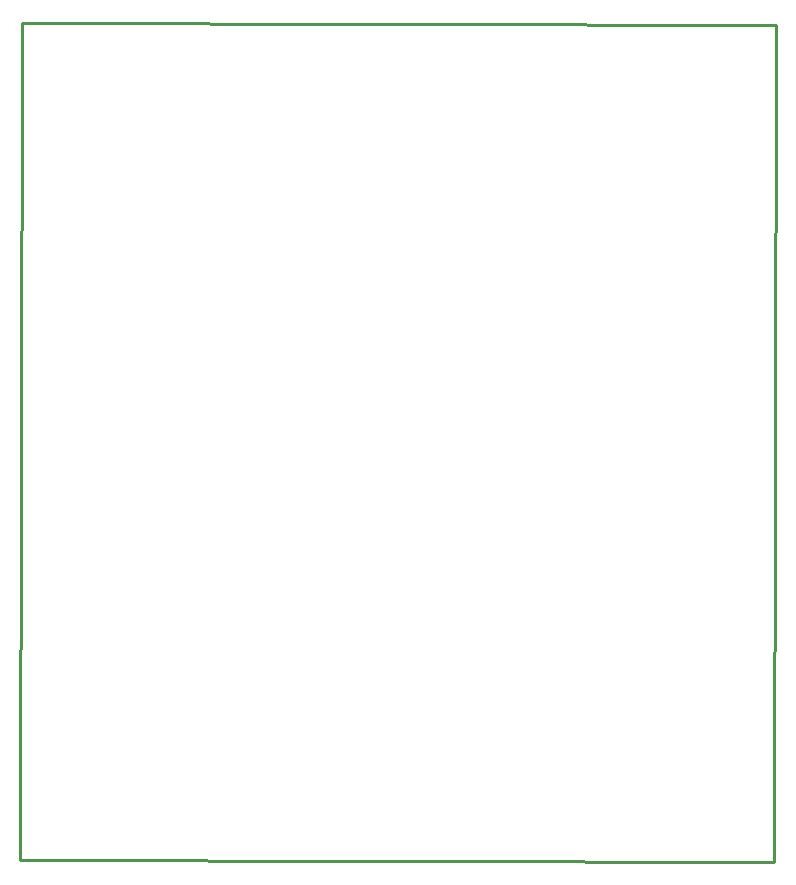
<source format=gbr>
G04 EAGLE Gerber RS-274X export*
G75*
%MOMM*%
%FSLAX34Y34*%
%LPD*%
%IN*%
%IPPOS*%
%AMOC8*
5,1,8,0,0,1.08239X$1,22.5*%
G01*
%ADD10C,0.254000*%


D10*
X-19741Y234291D02*
X618363Y232183D01*
X619927Y940999D01*
X-18177Y943107D01*
X-19741Y234291D01*
M02*

</source>
